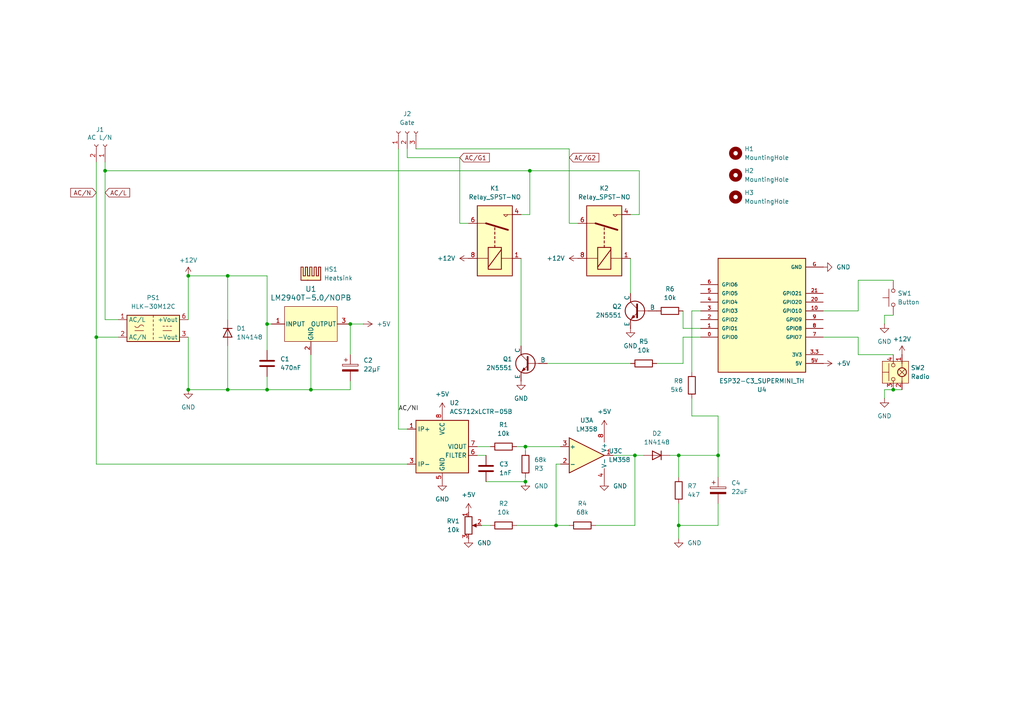
<source format=kicad_sch>
(kicad_sch (version 20250114) (generator "eeschema") (generator_version "9.0")
  (paper "A4")
  (lib_symbols
    (symbol "Amplifier_Operational:LM358" (pin_names (offset 0.127))
      (property "Reference" "U" (at 0 5.08 0))
      (property "Value" "LM358" (at 0 -5.08 0))
      (symbol "LM358_1_1"
        (polyline (pts (xy -5.08 5.08) (xy 5.08 0) (xy -5.08 -5.08) (xy -5.08 5.08)) (stroke (width 0.254)) (fill (type background)))
        (pin input line (at -7.62 2.54 0) (length 2.54) (name "+") (number "3"))
        (pin input line (at -7.62 -2.54 0) (length 2.54) (name "-") (number "2"))
        (pin output line (at 7.62 0 180) (length 2.54) (name "~") (number "1"))
      )
      (symbol "LM358_2_1"
        (polyline (pts (xy -5.08 5.08) (xy 5.08 0) (xy -5.08 -5.08) (xy -5.08 5.08)) (stroke (width 0.254)) (fill (type background)))
        (pin input line (at -7.62 2.54 0) (length 2.54) (name "+") (number "5"))
        (pin input line (at -7.62 -2.54 0) (length 2.54) (name "-") (number "6"))
        (pin output line (at 7.62 0 180) (length 2.54) (name "~") (number "7"))
      )
      (symbol "LM358_3_1"
        (pin power_in line (at -2.54 7.62 270) (length 3.81) (name "V+") (number "8"))
        (pin power_in line (at -2.54 -7.62 90) (length 3.81) (name "V-") (number "4"))
      )
    )
    (symbol "Connector:Conn_01x02_Socket" (pin_names (offset 1.016) (hide yes))
      (property "Reference" "J" (at 0 2.54 0))
      (property "Value" "Conn_01x02_Socket" (at 0 -5.08 0))
      (symbol "Conn_01x02_Socket_1_1"
        (polyline (pts (xy -1.27 0) (xy -0.508 0)) (stroke (width 0.1524)))
        (polyline (pts (xy -1.27 -2.54) (xy -0.508 -2.54)) (stroke (width 0.1524)))
        (arc (start 0 -0.508) (mid -0.5058 0) (end 0 0.508) (stroke (width 0.1524)))
        (arc (start 0 -3.048) (mid -0.5058 -2.54) (end 0 -2.032) (stroke (width 0.1524)))
        (pin passive line (at -5.08 0 0) (length 3.81) (name "Pin_1") (number "1"))
        (pin passive line (at -5.08 -2.54 0) (length 3.81) (name "Pin_2") (number "2"))
      )
    )
    (symbol "Connector:Conn_01x03_Socket" (pin_names (offset 1.016) (hide yes))
      (property "Reference" "J" (at 0 5.08 0))
      (property "Value" "Conn_01x03_Socket" (at 0 -5.08 0))
      (symbol "Conn_01x03_Socket_1_1"
        (polyline (pts (xy -1.27 2.54) (xy -0.508 2.54)) (stroke (width 0.1524)))
        (polyline (pts (xy -1.27 0) (xy -0.508 0)) (stroke (width 0.1524)))
        (polyline (pts (xy -1.27 -2.54) (xy -0.508 -2.54)) (stroke (width 0.1524)))
        (arc (start 0 2.032) (mid -0.5058 2.54) (end 0 3.048) (stroke (width 0.1524)))
        (arc (start 0 -0.508) (mid -0.5058 0) (end 0 0.508) (stroke (width 0.1524)))
        (arc (start 0 -3.048) (mid -0.5058 -2.54) (end 0 -2.032) (stroke (width 0.1524)))
        (pin passive line (at -5.08 2.54 0) (length 3.81) (name "Pin_1") (number "1"))
        (pin passive line (at -5.08 0 0) (length 3.81) (name "Pin_2") (number "2"))
        (pin passive line (at -5.08 -2.54 0) (length 3.81) (name "Pin_3") (number "3"))
      )
    )
    (symbol "Converter_ACDC:HLK-30M12C"
      (property "Reference" "PS" (at 0 5.08 0))
      (property "Value" "HLK-30M12C" (at 0 -5.08 0))
      (symbol "HLK-30M12C_0_1"
        (rectangle (start -7.62 3.81) (end 7.62 -3.81) (stroke (width 0.254)) (fill (type background)))
        (polyline (pts (xy -5.334 -0.635) (xy -2.794 -0.635)))
        (arc (start -4.064 0.635) (mid -4.699 0.2495) (end -5.334 0.635))
        (arc (start -4.064 0.635) (mid -3.429 1.0072) (end -2.794 0.635))
        (polyline (pts (xy 0 3.81) (xy 0 3.175)))
        (polyline (pts (xy 0 2.54) (xy 0 1.905)))
        (polyline (pts (xy 0 1.27) (xy 0 0.635)))
        (polyline (pts (xy 0 0) (xy 0 -0.635)))
        (polyline (pts (xy 0 -1.27) (xy 0 -1.905)))
        (polyline (pts (xy 0 -2.54) (xy 0 -3.175)))
        (polyline (pts (xy 2.794 0.635) (xy 3.302 0.635)))
        (polyline (pts (xy 2.794 -0.635) (xy 5.334 -0.635)))
        (polyline (pts (xy 3.81 0.635) (xy 4.318 0.635)))
        (polyline (pts (xy 4.826 0.635) (xy 5.334 0.635)))
      )
      (symbol "HLK-30M12C_1_1"
        (pin power_in line (at -10.16 2.54 0) (length 2.54) (name "AC/L") (number "1"))
        (pin power_in line (at -10.16 -2.54 0) (length 2.54) (name "AC/N") (number "2"))
        (pin power_out line (at 10.16 2.54 180) (length 2.54) (name "+Vout") (number "6"))
        (pin power_out line (at 10.16 -2.54 180) (length 2.54) (name "-Vout") (number "3"))
      )
    )
    (symbol "Device:C" (pin_numbers (hide yes)) (pin_names (offset 0.254))
      (property "Reference" "C" (at 0.635 2.54 0))
      (property "Value" "C" (at 0.635 -2.54 0))
      (symbol "C_0_1"
        (polyline (pts (xy -2.032 0.762) (xy 2.032 0.762)) (stroke (width 0.508)))
        (polyline (pts (xy -2.032 -0.762) (xy 2.032 -0.762)) (stroke (width 0.508)))
      )
      (symbol "C_1_1"
        (pin passive line (at 0 3.81 270) (length 2.794) (name "~") (number "1"))
        (pin passive line (at 0 -3.81 90) (length 2.794) (name "~") (number "2"))
      )
    )
    (symbol "Device:C_Polarized" (pin_numbers (hide yes)) (pin_names (offset 0.254))
      (property "Reference" "C" (at 0.635 2.54 0))
      (property "Value" "C_Polarized" (at 0.635 -2.54 0))
      (symbol "C_Polarized_0_1"
        (rectangle (start -2.286 0.508) (end 2.286 1.016))
        (polyline (pts (xy -1.778 2.286) (xy -0.762 2.286)))
        (polyline (pts (xy -1.27 2.794) (xy -1.27 1.778)))
        (rectangle (start 2.286 -0.508) (end -2.286 -1.016) (fill (type outline)))
      )
      (symbol "C_Polarized_1_1"
        (pin passive line (at 0 3.81 270) (length 2.794) (name "~") (number "1"))
        (pin passive line (at 0 -3.81 90) (length 2.794) (name "~") (number "2"))
      )
    )
    (symbol "Device:D" (pin_numbers (hide yes)) (pin_names (offset 1.016) (hide yes))
      (property "Reference" "D" (at 0 2.54 0))
      (property "Value" "D" (at 0 -2.54 0))
      (symbol "D_0_1"
        (polyline (pts (xy -1.27 1.27) (xy -1.27 -1.27)) (stroke (width 0.254)))
        (polyline (pts (xy 1.27 1.27) (xy 1.27 -1.27) (xy -1.27 0) (xy 1.27 1.27)) (stroke (width 0.254)))
        (polyline (pts (xy 1.27 0) (xy -1.27 0)))
      )
      (symbol "D_1_1"
        (pin passive line (at -3.81 0 0) (length 2.54) (name "K") (number "1"))
        (pin passive line (at 3.81 0 180) (length 2.54) (name "A") (number "2"))
      )
    )
    (symbol "Device:R" (pin_numbers (hide yes)) (pin_names (offset 0))
      (property "Reference" "R" (at 2.032 0 90))
      (property "Value" "R" (at 0 0 90))
      (symbol "R_0_1"
        (rectangle (start -1.016 -2.54) (end 1.016 2.54) (stroke (width 0.254)))
      )
      (symbol "R_1_1"
        (pin passive line (at 0 3.81 270) (length 1.27) (name "~") (number "1"))
        (pin passive line (at 0 -3.81 90) (length 1.27) (name "~") (number "2"))
      )
    )
    (symbol "Device:R_Potentiometer" (pin_names (offset 1.016) (hide yes))
      (property "Reference" "RV" (at -4.445 0 90))
      (property "Value" "R_Potentiometer" (at -2.54 0 90))
      (symbol "R_Potentiometer_0_1"
        (rectangle (start 1.016 2.54) (end -1.016 -2.54) (stroke (width 0.254)))
        (polyline (pts (xy 1.143 0) (xy 2.286 0.508) (xy 2.286 -0.508) (xy 1.143 0)) (fill (type outline)))
        (polyline (pts (xy 2.54 0) (xy 1.524 0)))
      )
      (symbol "R_Potentiometer_1_1"
        (pin passive line (at 0 3.81 270) (length 1.27) (name "1") (number "1"))
        (pin passive line (at 0 -3.81 90) (length 1.27) (name "3") (number "3"))
        (pin passive line (at 3.81 0 180) (length 1.27) (name "2") (number "2"))
      )
    )
    (symbol "ESP32-C3_SUPERMINI:ESP32-C3_SUPERMINI_TH" (pin_names (offset 1.016))
      (property "Reference" "U" (at -12.7 16.002 0))
      (property "Value" "ESP32-C3_SUPERMINI_TH" (at -12.7 -20.32 0))
      (symbol "ESP32-C3_SUPERMINI_TH_0_0"
        (rectangle (start -12.7 -17.78) (end 12.7 15.24) (stroke (width 0.254)) (fill (type background)))
        (pin bidirectional line (at -17.78 5.08 0) (length 5.08) (name "GPIO0") (number "0"))
        (pin bidirectional line (at -17.78 2.54 0) (length 5.08) (name "GPIO1") (number "1"))
        (pin bidirectional line (at -17.78 0 0) (length 5.08) (name "GPIO2") (number "2"))
        (pin bidirectional line (at -17.78 -2.54 0) (length 5.08) (name "GPIO3") (number "3"))
        (pin bidirectional line (at -17.78 -5.08 0) (length 5.08) (name "GPIO4") (number "4"))
        (pin bidirectional line (at -17.78 -7.62 0) (length 5.08) (name "GPIO5") (number "5"))
        (pin bidirectional line (at -17.78 -10.16 0) (length 5.08) (name "GPIO6") (number "6"))
        (pin power_in line (at 17.78 12.7 180) (length 5.08) (name "5V") (number "5V"))
        (pin power_in line (at 17.78 10.16 180) (length 5.08) (name "3V3") (number "3.3"))
        (pin bidirectional line (at 17.78 5.08 180) (length 5.08) (name "GPIO7") (number "7"))
        (pin bidirectional line (at 17.78 2.54 180) (length 5.08) (name "GPIO8") (number "8"))
        (pin bidirectional line (at 17.78 0 180) (length 5.08) (name "GPIO9") (number "9"))
        (pin bidirectional line (at 17.78 -2.54 180) (length 5.08) (name "GPIO10") (number "10"))
        (pin bidirectional line (at 17.78 -5.08 180) (length 5.08) (name "GPIO20") (number "20"))
        (pin bidirectional line (at 17.78 -7.62 180) (length 5.08) (name "GPIO21") (number "21"))
        (pin power_in line (at 17.78 -15.24 180) (length 5.08) (name "GND") (number "G"))
      )
    )
    (symbol "Mechanical:Heatsink" (pin_names (offset 1.016))
      (property "Reference" "HS" (at 0 5.08 0))
      (property "Value" "Heatsink" (at 0 -1.27 0))
      (symbol "Heatsink_0_1"
        (polyline (pts (xy -0.3302 1.27) (xy -0.9652 1.27) (xy -0.9652 3.81) (xy -1.6002 3.81) (xy -1.6002 1.27) (xy -2.2352 1.27) (xy -2.2352 3.81) (xy -2.8702 3.81) (xy -2.8702 0) (xy -0.9652 0)) (stroke (width 0.254)) (fill (type background)))
        (polyline (pts (xy -0.3302 1.27) (xy -0.3302 3.81) (xy 0.3048 3.81) (xy 0.3048 1.27) (xy 0.9398 1.27) (xy 0.9398 3.81) (xy 1.5748 3.81) (xy 1.5748 1.27) (xy 2.2098 1.27) (xy 2.2098 3.81) (xy 2.8448 3.81) (xy 2.8448 0) (xy -0.9652 0)) (stroke (width 0.254)) (fill (type background)))
      )
    )
    (symbol "Mechanical:MountingHole" (pin_names (offset 1.016)) (in_bom no)
      (property "Reference" "H" (at 0 5.08 0))
      (property "Value" "MountingHole" (at 0 3.175 0))
      (symbol "MountingHole_0_1"
        (circle (center 0 0) (radius 1.27) (stroke (width 1.27)))
      )
    )
    (symbol "NPN_1" (pin_numbers (hide yes)) (pin_names (offset 0))
      (property "Reference" "Q1" (at 5.08 1.2701 0))
      (property "Value" "2N5551" (at 5.08 -1.2699 0))
      (symbol "NPN_1_0_1"
        (polyline (pts (xy -2.54 0) (xy 0.635 0)) (stroke (width 0.1524)))
        (polyline (pts (xy 0.635 1.905) (xy 0.635 -1.905) (xy 0.635 -1.905)) (stroke (width 0.508)))
        (polyline (pts (xy 0.635 0.635) (xy 2.54 2.54)))
        (polyline (pts (xy 0.635 -0.635) (xy 2.54 -2.54) (xy 2.54 -2.54)))
        (circle (center 1.27 0) (radius 2.8194) (stroke (width 0.254)))
        (polyline (pts (xy 1.27 -1.778) (xy 1.778 -1.27) (xy 2.286 -2.286) (xy 1.27 -1.778) (xy 1.27 -1.778)) (fill (type outline)))
        (polyline (pts (xy 2.794 -1.27) (xy 2.794 -1.27)) (stroke (width 0.1524)))
        (polyline (pts (xy 2.794 -1.27) (xy 2.794 -1.27)) (stroke (width 0.1524)))
      )
      (symbol "NPN_1_1_1"
        (pin input line (at -5.08 0 0) (length 2.54) (name "B") (number "2"))
        (pin open_collector line (at 2.54 5.08 270) (length 2.54) (name "C") (number "3"))
        (pin open_emitter line (at 2.54 -5.08 90) (length 2.54) (name "E") (number "1"))
      )
    )
    (symbol "Relay:Relay_SPST-NO"
      (property "Reference" "K?" (at 15.24 0 90))
      (property "Value" "Relay_SPST-NO" (at 12.7 0 90))
      (symbol "Relay_SPST-NO_0_0"
        (polyline (pts (xy 7.62 5.08) (xy 7.62 2.54) (xy 6.985 3.175) (xy 7.62 3.81)))
      )
      (symbol "Relay_SPST-NO_0_1"
        (rectangle (start -10.16 5.08) (end 10.16 -5.08) (stroke (width 0.254)) (fill (type background)))
        (rectangle (start -8.255 1.905) (end -1.905 -1.905) (stroke (width 0.254)))
        (polyline (pts (xy -7.62 -1.905) (xy -2.54 1.905)) (stroke (width 0.254)))
        (polyline (pts (xy -5.08 5.08) (xy -5.08 1.905)))
        (polyline (pts (xy -5.08 -5.08) (xy -5.08 -1.905)))
        (polyline (pts (xy -1.905 0) (xy -1.27 0)) (stroke (width 0.254)))
        (polyline (pts (xy -0.635 0) (xy 0 0)) (stroke (width 0.254)))
        (polyline (pts (xy 0.635 0) (xy 1.27 0)) (stroke (width 0.254)))
        (polyline (pts (xy 1.905 0) (xy 2.54 0)) (stroke (width 0.254)))
        (polyline (pts (xy 3.175 0) (xy 3.81 0)) (stroke (width 0.254)))
        (polyline (pts (xy 5.08 -2.54) (xy 3.175 3.81)) (stroke (width 0.508)))
        (polyline (pts (xy 5.08 -2.54) (xy 5.08 -5.08)))
      )
      (symbol "Relay_SPST-NO_1_1"
        (pin passive line (at -5.08 7.62 270) (length 2.54) (name "~") (number "1"))
        (pin passive line (at -5.08 -7.62 90) (length 2.54) (name "~") (number "8"))
        (pin passive line (at 5.08 -7.62 90) (length 2.54) (name "~") (number "6"))
        (pin passive line (at 7.62 7.62 270) (length 2.54) (name "~") (number "4"))
      )
    )
    (symbol "Sensor_Current:ACS712xLCTR-05B"
      (property "Reference" "U" (at 2.54 11.43 0))
      (property "Value" "ACS712xLCTR-05B" (at 2.54 8.89 0))
      (symbol "ACS712xLCTR-05B_0_1"
        (rectangle (start -7.62 7.62) (end 7.62 -7.62) (stroke (width 0.254)) (fill (type background)))
      )
      (symbol "ACS712xLCTR-05B_1_1"
        (pin passive line (at -10.16 5.08 0) (length 2.54) (name "IP+") (number "1"))
        (pin passive line (at -10.16 5.08 0) (length 2.54) (hide yes) (name "IP+") (number "2"))
        (pin passive line (at -10.16 -5.08 0) (length 2.54) (name "IP-") (number "3"))
        (pin passive line (at -10.16 -5.08 0) (length 2.54) (hide yes) (name "IP-") (number "4"))
        (pin power_in line (at 0 10.16 270) (length 2.54) (name "VCC") (number "8"))
        (pin power_in line (at 0 -10.16 90) (length 2.54) (name "GND") (number "5"))
        (pin output line (at 10.16 0 180) (length 2.54) (name "VIOUT") (number "7"))
        (pin passive line (at 10.16 -2.54 180) (length 2.54) (name "FILTER") (number "6"))
      )
    )
    (symbol "Simulation_SPICE:NPN" (pin_numbers (hide yes)) (pin_names (offset 0))
      (property "Reference" "Q2" (at 5.08 1.2701 0))
      (property "Value" "2N5551" (at 5.08 -1.2699 0))
      (symbol "NPN_0_1"
        (polyline (pts (xy -2.54 0) (xy 0.635 0)) (stroke (width 0.1524)))
        (polyline (pts (xy 0.635 1.905) (xy 0.635 -1.905) (xy 0.635 -1.905)) (stroke (width 0.508)))
        (polyline (pts (xy 0.635 0.635) (xy 2.54 2.54)))
        (polyline (pts (xy 0.635 -0.635) (xy 2.54 -2.54) (xy 2.54 -2.54)))
        (circle (center 1.27 0) (radius 2.8194) (stroke (width 0.254)))
        (polyline (pts (xy 1.27 -1.778) (xy 1.778 -1.27) (xy 2.286 -2.286) (xy 1.27 -1.778) (xy 1.27 -1.778)) (fill (type outline)))
        (polyline (pts (xy 2.794 -1.27) (xy 2.794 -1.27)) (stroke (width 0.1524)))
        (polyline (pts (xy 2.794 -1.27) (xy 2.794 -1.27)) (stroke (width 0.1524)))
      )
      (symbol "NPN_1_1"
        (pin input line (at -5.08 0 0) (length 2.54) (name "B") (number "2"))
        (pin open_collector line (at 2.54 5.08 270) (length 2.54) (name "C") (number "3"))
        (pin open_emitter line (at 2.54 -5.08 90) (length 2.54) (name "E") (number "1"))
      )
    )
    (symbol "Switch:SW_Push" (pin_numbers (hide yes)) (pin_names (offset 1.016) (hide yes))
      (property "Reference" "SW" (at 1.27 2.54 0))
      (property "Value" "SW_Push" (at 0 -1.524 0))
      (symbol "SW_Push_0_1"
        (circle (center -2.032 0) (radius 0.508))
        (polyline (pts (xy 0 1.27) (xy 0 3.048)))
        (circle (center 2.032 0) (radius 0.508))
        (polyline (pts (xy 2.54 1.27) (xy -2.54 1.27)))
        (pin passive line (at -5.08 0 0) (length 2.54) (name "1") (number "1"))
        (pin passive line (at 5.08 0 180) (length 2.54) (name "2") (number "2"))
      )
    )
    (symbol "Switch:SW_Push_Lamp" (pin_names (offset 1.016) (hide yes))
      (property "Reference" "SW2" (at 1.2701 -2.54 90))
      (property "Value" "Radio" (at -1.2699 -2.54 90))
      (symbol "SW_Push_Lamp_0_1"
        (polyline (pts (xy -2.54 0) (xy -1.27 0)))
        (circle (center -2.032 2.54) (radius 0.508))
        (polyline (pts (xy -0.889 -0.889) (xy 0.889 0.889)))
        (polyline (pts (xy 0 3.81) (xy 0 5.588)))
        (circle (center 0 0) (radius 1.27) (stroke (width 0.254)))
        (polyline (pts (xy 0.889 -0.889) (xy -0.889 0.889)))
        (circle (center 2.032 2.54) (radius 0.508))
        (polyline (pts (xy 2.54 3.81) (xy -2.54 3.81)))
        (polyline (pts (xy 2.54 0) (xy 1.27 0)))
        (pin passive line (at -5.08 2.54 0) (length 2.54) (name "1") (number "3"))
        (pin passive line (at -5.08 0 0) (length 2.54) (name "L") (number "2"))
        (pin passive line (at 5.08 2.54 180) (length 2.54) (name "2") (number "4"))
        (pin passive line (at 5.08 0 180) (length 2.54) (name "L") (number "1"))
      )
      (symbol "SW_Push_Lamp_1_1"
        (rectangle (start -3.175 5.715) (end 3.175 -1.905) (fill (type background)))
      )
    )
    (symbol "Voltage_Regulator:LM2940T-5.0_NOPB" (pin_names (offset 0.254))
      (property "Reference" "U" (at 11.43 9.906 0))
      (property "Value" "LM2940T-5.0/NOPB" (at 11.684 6.858 0))
      (symbol "LM2940T-5.0_NOPB_0_1"
        (pin power_in line (at 0 0 0) (length 3.81) (name "INPUT") (number "1"))
        (pin power_in line (at 11.43 -8.89 90) (length 3.81) (name "GND") (number "2"))
        (pin output line (at 22.86 0 180) (length 3.81) (name "OUTPUT") (number "3"))
      )
      (symbol "LM2940T-5.0_NOPB_1_1"
        (rectangle (start 3.81 5.08) (end 19.05 -5.08) (fill (type background)))
      )
    )
    (symbol "power:+5V" (power) (pin_numbers (hide yes)) (pin_names (offset 0) (hide yes))
      (property "Value" "+5V" (at 0 3.556 0))
      (symbol "+5V_0_1"
        (polyline (pts (xy -0.762 1.27) (xy 0 2.54)))
        (polyline (pts (xy 0 2.54) (xy 0.762 1.27)))
        (polyline (pts (xy 0 0) (xy 0 2.54)))
      )
      (symbol "+5V_1_1"
        (pin power_in line (at 0 0 90) (length 0) (name "~") (number "1"))
      )
    )
    (symbol "power:+6V" (power) (pin_numbers (hide yes)) (pin_names (offset 0) (hide yes))
      (property "Value" "+6V" (at 0 3.556 0))
      (symbol "+6V_0_1"
        (polyline (pts (xy -0.762 1.27) (xy 0 2.54)))
        (polyline (pts (xy 0 2.54) (xy 0.762 1.27)))
        (polyline (pts (xy 0 0) (xy 0 2.54)))
      )
      (symbol "+6V_1_1"
        (pin power_in line (at 0 0 90) (length 0) (name "~") (number "1"))
      )
    )
    (symbol "power:GND" (power) (pin_numbers (hide yes)) (pin_names (offset 0) (hide yes))
      (property "Value" "GND" (at 0 -3.81 0))
      (symbol "GND_0_1"
        (polyline (pts (xy 0 0) (xy 0 -1.27) (xy 1.27 -1.27) (xy 0 -2.54) (xy -1.27 -1.27) (xy 0 -1.27)))
      )
      (symbol "GND_1_1"
        (pin power_in line (at 0 0 270) (length 0) (name "~") (number "1"))
      )
    )
  )
  (junction (at 77.47 93.98))
  (junction (at 77.47 113.03))
  (junction (at 54.61 80.01))
  (junction (at 208.28 132.08))
  (junction (at 66.04 80.01))
  (junction (at 90.17 113.03))
  (junction (at 259.08 113.03))
  (junction (at 152.4 129.54))
  (junction (at 161.29 152.4))
  (junction (at 184.15 132.08))
  (junction (at 54.61 113.03))
  (junction (at 153.67 49.53))
  (junction (at 196.85 132.08))
  (junction (at 152.4 139.7))
  (junction (at 30.48 49.53))
  (junction (at 66.04 113.03))
  (junction (at 27.94 97.79))
  (junction (at 196.85 152.4))
  (junction (at 101.6 93.98))
  (wire (pts (xy 153.67 49.53) (xy 185.42 49.53)))
  (wire (pts (xy 248.92 81.28) (xy 259.08 81.28)))
  (wire (pts (xy 208.28 120.65) (xy 208.28 132.08)))
  (wire (pts (xy 90.17 102.87) (xy 90.17 113.03)))
  (wire (pts (xy 139.7 152.4) (xy 142.24 152.4)))
  (wire (pts (xy 161.29 134.62) (xy 161.29 152.4)))
  (wire (pts (xy 66.04 80.01) (xy 77.47 80.01)))
  (wire (pts (xy 54.61 80.01) (xy 66.04 80.01)))
  (wire (pts (xy 185.42 62.23) (xy 182.88 62.23)))
  (wire (pts (xy 152.4 138.43) (xy 152.4 139.7)))
  (wire (pts (xy 77.47 93.98) (xy 77.47 101.6)))
  (wire (pts (xy 115.57 124.46) (xy 118.11 124.46)))
  (wire (pts (xy 115.57 43.18) (xy 115.57 124.46)))
  (wire (pts (xy 54.61 97.79) (xy 54.61 113.03)))
  (wire (pts (xy 203.2 95.25) (xy 198.12 95.25)))
  (wire (pts (xy 190.5 105.41) (xy 198.12 105.41)))
  (wire (pts (xy 259.08 113.03) (xy 256.54 113.03)))
  (wire (pts (xy 198.12 97.79) (xy 203.2 97.79)))
  (wire (pts (xy 78.74 93.98) (xy 77.47 93.98)))
  (wire (pts (xy 196.85 146.05) (xy 196.85 152.4)))
  (wire (pts (xy 248.92 97.79) (xy 248.92 102.87)))
  (wire (pts (xy 200.66 107.95) (xy 200.66 90.17)))
  (wire (pts (xy 200.66 115.57) (xy 200.66 120.65)))
  (wire (pts (xy 158.75 105.41) (xy 182.88 105.41)))
  (wire (pts (xy 101.6 110.49) (xy 101.6 113.03)))
  (wire (pts (xy 151.13 62.23) (xy 153.67 62.23)))
  (wire (pts (xy 259.08 91.44) (xy 256.54 91.44)))
  (wire (pts (xy 256.54 113.03) (xy 256.54 115.57)))
  (wire (pts (xy 161.29 152.4) (xy 165.1 152.4)))
  (wire (pts (xy 101.6 93.98) (xy 101.6 102.87)))
  (wire (pts (xy 135.89 64.77) (xy 133.35 64.77)))
  (wire (pts (xy 149.86 129.54) (xy 152.4 129.54)))
  (wire (pts (xy 208.28 132.08) (xy 196.85 132.08)))
  (wire (pts (xy 77.47 109.22) (xy 77.47 113.03)))
  (wire (pts (xy 27.94 46.99) (xy 27.94 97.79)))
  (wire (pts (xy 101.6 93.98) (xy 105.41 93.98)))
  (wire (pts (xy 259.08 113.03) (xy 261.62 113.03)))
  (wire (pts (xy 259.08 102.87) (xy 248.92 102.87)))
  (wire (pts (xy 198.12 97.79) (xy 198.12 105.41)))
  (wire (pts (xy 118.11 45.72) (xy 118.11 43.18)))
  (wire (pts (xy 198.12 90.17) (xy 198.12 95.25)))
  (wire (pts (xy 54.61 113.03) (xy 66.04 113.03)))
  (wire (pts (xy 27.94 134.62) (xy 27.94 97.79)))
  (wire (pts (xy 196.85 132.08) (xy 194.31 132.08)))
  (wire (pts (xy 167.64 64.77) (xy 165.1 64.77)))
  (wire (pts (xy 184.15 132.08) (xy 184.15 152.4)))
  (wire (pts (xy 256.54 91.44) (xy 256.54 93.98)))
  (wire (pts (xy 172.72 152.4) (xy 184.15 152.4)))
  (wire (pts (xy 66.04 100.33) (xy 66.04 113.03)))
  (wire (pts (xy 30.48 49.53) (xy 30.48 92.71)))
  (wire (pts (xy 238.76 90.17) (xy 248.92 90.17)))
  (wire (pts (xy 66.04 80.01) (xy 66.04 92.71)))
  (wire (pts (xy 138.43 129.54) (xy 142.24 129.54)))
  (wire (pts (xy 101.6 113.03) (xy 90.17 113.03)))
  (wire (pts (xy 177.8 132.08) (xy 184.15 132.08)))
  (wire (pts (xy 208.28 152.4) (xy 208.28 146.05)))
  (wire (pts (xy 238.76 97.79) (xy 248.92 97.79)))
  (wire (pts (xy 200.66 120.65) (xy 208.28 120.65)))
  (wire (pts (xy 27.94 97.79) (xy 34.29 97.79)))
  (wire (pts (xy 133.35 45.72) (xy 133.35 64.77)))
  (wire (pts (xy 138.43 132.08) (xy 140.97 132.08)))
  (wire (pts (xy 196.85 156.21) (xy 196.85 152.4)))
  (wire (pts (xy 149.86 152.4) (xy 161.29 152.4)))
  (wire (pts (xy 184.15 132.08) (xy 186.69 132.08)))
  (wire (pts (xy 77.47 113.03) (xy 66.04 113.03)))
  (wire (pts (xy 208.28 132.08) (xy 208.28 138.43)))
  (wire (pts (xy 140.97 139.7) (xy 152.4 139.7)))
  (wire (pts (xy 248.92 81.28) (xy 248.92 90.17)))
  (wire (pts (xy 133.35 45.72) (xy 118.11 45.72)))
  (wire (pts (xy 161.29 134.62) (xy 162.56 134.62)))
  (wire (pts (xy 153.67 49.53) (xy 153.67 62.23)))
  (wire (pts (xy 200.66 90.17) (xy 203.2 90.17)))
  (wire (pts (xy 54.61 92.71) (xy 54.61 80.01)))
  (wire (pts (xy 30.48 49.53) (xy 30.48 46.99)))
  (wire (pts (xy 34.29 92.71) (xy 30.48 92.71)))
  (wire (pts (xy 152.4 129.54) (xy 162.56 129.54)))
  (wire (pts (xy 165.1 43.18) (xy 165.1 64.77)))
  (wire (pts (xy 151.13 74.93) (xy 151.13 100.33)))
  (wire (pts (xy 196.85 132.08) (xy 196.85 138.43)))
  (wire (pts (xy 27.94 134.62) (xy 118.11 134.62)))
  (wire (pts (xy 120.65 43.18) (xy 165.1 43.18)))
  (wire (pts (xy 77.47 80.01) (xy 77.47 93.98)))
  (wire (pts (xy 152.4 129.54) (xy 152.4 130.81)))
  (wire (pts (xy 182.88 74.93) (xy 182.88 85.09)))
  (wire (pts (xy 30.48 49.53) (xy 153.67 49.53)))
  (wire (pts (xy 77.47 113.03) (xy 90.17 113.03)))
  (wire (pts (xy 196.85 152.4) (xy 208.28 152.4)))
  (wire (pts (xy 185.42 49.53) (xy 185.42 62.23)))
  (label "AC{slash}NI" (at 115.57 119.38 0))
  (global_label "AC{slash}N" (shape input) (at 27.94 55.88 180) (property "Intersheetrefs" "${INTERSHEET_REFS}" (effects (hide yes))))
  (global_label "AC{slash}L" (shape input) (at 30.48 55.88 0) (property "Intersheetrefs" "${INTERSHEET_REFS}" (effects (hide yes))))
  (global_label "AC{slash}G2" (shape input) (at 165.1 45.72 0) (property "Intersheetrefs" "${INTERSHEET_REFS}" (effects (hide yes))))
  (global_label "AC{slash}G1" (shape input) (at 133.35 45.72 0) (property "Intersheetrefs" "${INTERSHEET_REFS}" (effects (hide yes))))
  (symbol (lib_id "power:+5V") (at 135.89 148.59 0) (unit 1)
    (property "Reference" "#PWR07" (effects (hide yes)))
    (property "Value" "+5V" (at 135.89 143.51 0))
    (property "Description" "Power symbol creates a global label with name \"+5V\"" (effects (hide yes)))
  )
  (symbol (lib_id "Relay:Relay_SPST-NO") (at 143.51 69.85 270) (mirror x) (unit 1)
    (property "Reference" "K1" (at 143.51 54.61 90))
    (property "Value" "Relay_SPST-NO" (at 143.51 57.15 90))
    (property "Footprint" "Relay_THT:Relay_SPST_Panasonic_JW1_FormA" (effects (hide yes)))
    (property "Description" "Relay SPST, normally open, EN50005" (effects (hide yes)))
  )
  (symbol (lib_id "Device:D") (at 66.04 96.52 90) (mirror x) (unit 1)
    (property "Reference" "D1" (at 68.58 95.2499 90) (effects (justify right)))
    (property "Value" "1N4148" (at 68.58 97.7899 90) (effects (justify right)))
    (property "Footprint" "Diode_THT:D_DO-35_SOD27_P7.62mm_Horizontal" (effects (hide yes)))
    (property "Description" "Diode" (effects (hide yes)))
    (property "Sim.Device" "D" (effects (hide yes)))
    (property "Sim.Pins" "1=K 2=A" (effects (hide yes)))
  )
  (symbol (lib_id "power:GND") (at 256.54 115.57 0) (unit 1)
    (property "Reference" "#PWR018" (effects (hide yes)))
    (property "Value" "GND" (at 256.54 120.65 0))
    (property "Description" "Power symbol creates a global label with name \"GND\" , ground" (effects (hide yes)))
  )
  (symbol (lib_id "power:GND") (at 256.54 93.98 0) (unit 1)
    (property "Reference" "#PWR017" (effects (hide yes)))
    (property "Value" "GND" (at 256.54 99.06 0))
    (property "Description" "Power symbol creates a global label with name \"GND\" , ground" (effects (hide yes)))
  )
  (symbol (lib_id "Device:R") (at 146.05 129.54 90) (unit 1)
    (property "Reference" "R1" (at 146.05 123.19 90))
    (property "Value" "10k" (at 146.05 125.73 90))
    (property "Footprint" "Resistor_THT:R_Axial_DIN0207_L6.3mm_D2.5mm_P7.62mm_Horizontal" (effects (hide yes)))
    (property "Description" "Resistor" (effects (hide yes)))
  )
  (symbol (lib_id "Device:R") (at 196.85 142.24 0) (unit 1)
    (property "Reference" "R7" (at 199.39 140.9699 0) (effects (justify left)))
    (property "Value" "4k7" (at 199.39 143.5099 0) (effects (justify left)))
    (property "Footprint" "Resistor_THT:R_Axial_DIN0207_L6.3mm_D2.5mm_P7.62mm_Horizontal" (effects (hide yes)))
    (property "Description" "Resistor" (effects (hide yes)))
  )
  (symbol (lib_id "power:GND") (at 196.85 156.21 0) (unit 1)
    (property "Reference" "#PWR020" (effects (hide yes)))
    (property "Value" "GND" (at 199.39 157.4799 0) (effects (justify left)))
    (property "Description" "Power symbol creates a global label with name \"GND\" , ground" (effects (hide yes)))
  )
  (symbol (lib_id "Device:R") (at 146.05 152.4 270) (mirror x) (unit 1)
    (property "Reference" "R2" (at 146.05 146.05 90))
    (property "Value" "10k" (at 146.05 148.59 90))
    (property "Footprint" "Resistor_THT:R_Axial_DIN0207_L6.3mm_D2.5mm_P7.62mm_Horizontal" (effects (hide yes)))
    (property "Description" "Resistor" (effects (hide yes)))
  )
  (symbol (lib_id "Connector:Conn_01x03_Socket") (at 118.11 38.1 90) (unit 1)
    (property "Reference" "J2" (at 118.11 33.02 90))
    (property "Value" "Gate" (at 118.11 35.56 90))
    (property "Footprint" "TerminalBlock_MetzConnect:TerminalBlock_MetzConnect_Type101_RT01603HBWC_1x03_P5.08mm_Horizontal" (effects (hide yes)))
    (property "Description" "Generic connector, single row, 01x03, script generated" (effects (hide yes)))
  )
  (symbol (lib_id "Mechanical:MountingHole") (at 213.36 44.45 0) (unit 1) (in_bom no)
    (property "Reference" "H1" (at 215.9 43.1799 0) (effects (justify left)))
    (property "Value" "MountingHole" (at 215.9 45.7199 0) (effects (justify left)))
    (property "Footprint" "MountingHole:MountingHole_3.5mm" (effects (hide yes)))
    (property "Description" "Mounting Hole without connection" (effects (hide yes)))
  )
  (symbol (lib_id "ESP32-C3_SUPERMINI:ESP32-C3_SUPERMINI_TH") (at 220.98 92.71 0) (mirror x) (unit 1)
    (property "Reference" "U4" (at 220.98 113.03 0))
    (property "Value" "ESP32-C3_SUPERMINI_TH" (at 220.98 110.49 0))
    (property "Footprint" "ESP32-C3_SUPERMINI:MODULE_ESP32-C3_SUPERMINI_TH" (effects (hide yes)))
    (property "MF" "Espressif Systems" (effects (hide yes)))
    (property "MAXIMUM_PACKAGE_HEIGHT" "4.2mm" (effects (hide yes)))
    (property "Package" "Package" (effects (hide yes)))
    (property "Price" "None" (effects (hide yes)))
    (property "Check_prices" "https://www.snapeda.com/parts/ESP32-C3%20SuperMini_TH/Espressif+Systems/view-part/?ref=eda" (effects (hide yes)))
    (property "STANDARD" "Manufacturer Recommendations" (effects (hide yes)))
    (property "SnapEDA_Link" "https://www.snapeda.com/parts/ESP32-C3%20SuperMini_TH/Espressif+Systems/view-part/?ref=snap" (effects (hide yes)))
    (property "MP" "ESP32-C3 SuperMini_TH" (effects (hide yes)))
    (property "Description_1" "Super tiny ESP32-C3 board" (effects (hide yes)))
    (property "Availability" "Not in stock" (effects (hide yes)))
    (property "MANUFACTURER" "Espressif" (effects (hide yes)))
  )
  (symbol (lib_id "Device:R") (at 152.4 134.62 0) (mirror x) (unit 1)
    (property "Reference" "R3" (at 154.94 135.8901 0) (effects (justify left)))
    (property "Value" "68k" (at 154.94 133.3501 0) (effects (justify left)))
    (property "Footprint" "Resistor_THT:R_Axial_DIN0207_L6.3mm_D2.5mm_P7.62mm_Horizontal" (effects (hide yes)))
    (property "Description" "Resistor" (effects (hide yes)))
  )
  (symbol (lib_id "Simulation_SPICE:NPN") (at 185.42 90.17 0) (mirror y) (unit 1)
    (property "Reference" "Q2" (at 180.34 88.8999 0) (effects (justify left)))
    (property "Value" "2N5551" (at 180.34 91.4399 0) (effects (justify left)))
    (property "Footprint" "Package_TO_SOT_THT:TO-92_Inline" (effects (hide yes)))
    (property "Datasheet" "https://ngspice.sourceforge.io/docs/ngspice-html-manual/manual.xhtml#cha_BJTs" (effects (hide yes)))
    (property "Description" "Bipolar transistor symbol for simulation only, substrate tied to the emitter" (effects (hide yes)))
    (property "Sim.Device" "NPN" (effects (hide yes)))
    (property "Sim.Type" "GUMMELPOON" (effects (hide yes)))
    (property "Sim.Pins" "1=C 2=B 3=E" (effects (hide yes)))
  )
  (symbol (lib_name "NPN_1") (lib_id "Simulation_SPICE:NPN") (at 153.67 105.41 0) (mirror y) (unit 1)
    (property "Reference" "Q1" (at 148.59 104.1399 0) (effects (justify left)))
    (property "Value" "2N5551" (at 148.59 106.6799 0) (effects (justify left)))
    (property "Footprint" "Package_TO_SOT_THT:TO-92_Inline" (effects (hide yes)))
    (property "Datasheet" "https://ngspice.sourceforge.io/docs/ngspice-html-manual/manual.xhtml#cha_BJTs" (effects (hide yes)))
    (property "Description" "Bipolar transistor symbol for simulation only, substrate tied to the emitter" (effects (hide yes)))
    (property "Sim.Device" "NPN" (effects (hide yes)))
    (property "Sim.Type" "GUMMELPOON" (effects (hide yes)))
    (property "Sim.Pins" "1=C 2=B 3=E" (effects (hide yes)))
  )
  (symbol (lib_id "Device:R") (at 200.66 111.76 0) (mirror y) (unit 1)
    (property "Reference" "R8" (at 198.12 110.4899 0) (effects (justify left)))
    (property "Value" "5k6" (at 198.12 113.0299 0) (effects (justify left)))
    (property "Footprint" "Resistor_THT:R_Axial_DIN0207_L6.3mm_D2.5mm_P7.62mm_Horizontal" (effects (hide yes)))
    (property "Description" "Resistor" (effects (hide yes)))
  )
  (symbol (lib_id "power:+6V") (at 54.61 80.01 0) (unit 1)
    (property "Reference" "#PWR01" (effects (hide yes)))
    (property "Value" "+12V" (at 54.6101 76.2 0) (effects (justify bottom)))
    (property "Description" "Power symbol creates a global label with name \"+6V\"" (effects (hide yes)))
  )
  (symbol (lib_id "Converter_ACDC:HLK-30M12C") (at 44.45 95.25 0) (unit 1)
    (property "Reference" "PS1" (at 44.45 86.36 0))
    (property "Value" "HLK-30M12C" (at 44.45 88.9 0))
    (property "Footprint" "Converter_ACDC:Converter_ACDC_Hi-Link_HLK-30Mxx" (effects (hide yes)))
    (property "Datasheet" "https://h.hlktech.com/download/ACDC%E7%94%B5%E6%BA%90%E6%A8%A1%E5%9D%9730W%E7%B3%BB%E5%88%97/1/%E6%B5%B7%E5%87%8C%E7%A7%9130WC%E7%B3%BB%E5%88%97%E7%94%B5%E6%BA%90%E6%A8%A1%E5%9D%97%E8%A7%84%E6%A0%BC%E4%B9%A6V1.2.pdf" (effects (hide yes)))
    (property "Description" "Compact AC/DC board mount power module 30W 12V" (effects (hide yes)))
  )
  (symbol (lib_id "Device:C_Polarized") (at 101.6 106.68 0) (unit 1)
    (property "Reference" "C2" (at 105.41 104.5209 0) (effects (justify left)))
    (property "Value" "22µF" (at 105.41 107.0609 0) (effects (justify left)))
    (property "Footprint" "Capacitor_THT:CP_Radial_Tantal_D4.5mm_P2.50mm" (effects (hide yes)))
    (property "Description" "Polarized capacitor" (effects (hide yes)))
  )
  (symbol (lib_id "power:+6V") (at 261.62 102.87 0) (unit 1)
    (property "Reference" "#PWR019" (effects (hide yes)))
    (property "Value" "+12V" (at 261.6201 99.06 0) (effects (justify bottom)))
    (property "Description" "Power symbol creates a global label with name \"+6V\"" (effects (hide yes)))
  )
  (symbol (lib_id "Switch:SW_Push") (at 259.08 86.36 90) (unit 1)
    (property "Reference" "SW1" (at 260.35 85.0899 90) (effects (justify right)))
    (property "Value" "Button" (at 260.35 87.6299 90) (effects (justify right)))
    (property "Footprint" "TerminalBlock_MetzConnect:TerminalBlock_MetzConnect_Type101_RT01602HBWC_1x02_P5.08mm_Horizontal" (effects (hide yes)))
    (property "Description" "Push button switch, generic, two pins" (effects (hide yes)))
  )
  (symbol (lib_id "power:GND") (at 182.88 95.25 0) (unit 1)
    (property "Reference" "#PWR014" (effects (hide yes)))
    (property "Value" "GND" (at 182.88 100.33 0))
    (property "Description" "Power symbol creates a global label with name \"GND\" , ground" (effects (hide yes)))
  )
  (symbol (lib_id "power:GND") (at 128.27 139.7 0) (unit 1)
    (property "Reference" "#PWR05" (effects (hide yes)))
    (property "Value" "GND" (at 128.27 144.78 0))
    (property "Description" "Power symbol creates a global label with name \"GND\" , ground" (effects (hide yes)))
  )
  (symbol (lib_id "power:GND") (at 151.13 110.49 0) (unit 1)
    (property "Reference" "#PWR09" (effects (hide yes)))
    (property "Value" "GND" (at 151.13 115.57 0))
    (property "Description" "Power symbol creates a global label with name \"GND\" , ground" (effects (hide yes)))
  )
  (symbol (lib_id "power:GND") (at 135.89 156.21 0) (unit 1)
    (property "Reference" "#PWR08" (effects (hide yes)))
    (property "Value" "GND" (at 138.43 157.4799 0) (effects (justify left)))
    (property "Description" "Power symbol creates a global label with name \"GND\" , ground" (effects (hide yes)))
  )
  (symbol (lib_id "power:GND") (at 175.26 139.7 0) (unit 1)
    (property "Reference" "#PWR013" (effects (hide yes)))
    (property "Value" "GND" (at 177.8 140.9699 0) (effects (justify left)))
    (property "Description" "Power symbol creates a global label with name \"GND\" , ground" (effects (hide yes)))
  )
  (symbol (lib_id "Device:R_Potentiometer") (at 135.89 152.4 0) (unit 1)
    (property "Reference" "RV1" (at 133.35 151.1299 0) (effects (justify right)))
    (property "Value" "10k" (at 133.35 153.6699 0) (effects (justify right)))
    (property "Footprint" "Potentiometer_THT:Potentiometer_Runtron_RM-065_Vertical" (effects (hide yes)))
    (property "Description" "Potentiometer" (effects (hide yes)))
  )
  (symbol (lib_id "power:GND") (at 238.76 77.47 90) (unit 1)
    (property "Reference" "#PWR016" (effects (hide yes)))
    (property "Value" "GND" (at 242.57 77.4699 90) (effects (justify right)))
    (property "Description" "Power symbol creates a global label with name \"GND\" , ground" (effects (hide yes)))
  )
  (symbol (lib_id "Device:D") (at 190.5 132.08 0) (mirror y) (unit 1)
    (property "Reference" "D2" (at 190.5 125.73 0))
    (property "Value" "1N4148" (at 190.5 128.27 0))
    (property "Footprint" "Diode_THT:D_DO-35_SOD27_P7.62mm_Horizontal" (effects (hide yes)))
    (property "Description" "Diode" (effects (hide yes)))
    (property "Sim.Device" "D" (effects (hide yes)))
    (property "Sim.Pins" "1=K 2=A" (effects (hide yes)))
  )
  (symbol (lib_id "Device:C") (at 77.47 105.41 0) (unit 1)
    (property "Reference" "C1" (at 81.28 104.1399 0) (effects (justify left)))
    (property "Value" "470nF" (at 81.28 106.6799 0) (effects (justify left)))
    (property "Footprint" "Capacitor_THT:C_Disc_D4.3mm_W1.9mm_P5.00mm" (effects (hide yes)))
    (property "Description" "Unpolarized capacitor" (effects (hide yes)))
  )
  (symbol (lib_id "Device:C_Polarized") (at 208.28 142.24 0) (unit 1)
    (property "Reference" "C4" (at 212.09 140.0809 0) (effects (justify left)))
    (property "Value" "22uF" (at 212.09 142.6209 0) (effects (justify left)))
    (property "Footprint" "Capacitor_THT:CP_Radial_Tantal_D4.5mm_P2.50mm" (effects (hide yes)))
    (property "Description" "Polarized capacitor" (effects (hide yes)))
  )
  (symbol (lib_id "power:+5V") (at 175.26 124.46 0) (unit 1)
    (property "Reference" "#PWR012" (effects (hide yes)))
    (property "Value" "+5V" (at 175.26 119.38 0))
    (property "Description" "Power symbol creates a global label with name \"+5V\"" (effects (hide yes)))
  )
  (symbol (lib_id "Mechanical:MountingHole") (at 213.36 57.15 0) (unit 1) (in_bom no)
    (property "Reference" "H3" (at 215.9 55.8799 0) (effects (justify left)))
    (property "Value" "MountingHole" (at 215.9 58.4199 0) (effects (justify left)))
    (property "Footprint" "MountingHole:MountingHole_3.5mm" (effects (hide yes)))
    (property "Description" "Mounting Hole without connection" (effects (hide yes)))
  )
  (symbol (lib_id "Switch:SW_Push_Lamp") (at 261.62 107.95 90) (unit 1)
    (property "Reference" "SW2" (at 264.16 106.6799 90) (effects (justify right)))
    (property "Value" "Radio" (at 264.16 109.2199 90) (effects (justify right)))
    (property "Footprint" "TerminalBlock_MetzConnect:TerminalBlock_MetzConnect_Type101_RT01604HBWC_1x04_P5.08mm_Horizontal" (effects (hide yes)))
    (property "Description" "Push button switch with Signal Lamp, generic" (effects (hide yes)))
  )
  (symbol (lib_id "Sensor_Current:ACS712xLCTR-05B") (at 128.27 129.54 0) (unit 1)
    (property "Reference" "U2" (at 130.4133 116.84 0) (effects (justify left)))
    (property "Value" "ACS712xLCTR-05B" (at 130.4133 119.38 0) (effects (justify left)))
    (property "Footprint" "Package_SO:SOIC-8_3.9x4.9mm_P1.27mm" (effects (hide yes)))
    (property "Datasheet" "http://www.allegromicro.com/~/media/Files/Datasheets/ACS712-Datasheet.ashx?la=en" (effects (hide yes)))
    (property "Description" "±5A Bidirectional Hall-Effect Current Sensor, +5.0V supply, 185mV/A, SOIC-8" (effects (hide yes)))
  )
  (symbol (lib_id "Device:R") (at 168.91 152.4 270) (mirror x) (unit 1)
    (property "Reference" "R4" (at 168.91 146.05 90))
    (property "Value" "68k" (at 168.91 148.59 90))
    (property "Footprint" "Resistor_THT:R_Axial_DIN0207_L6.3mm_D2.5mm_P7.62mm_Horizontal" (effects (hide yes)))
    (property "Description" "Resistor" (effects (hide yes)))
  )
  (symbol (lib_id "power:GND") (at 152.4 139.7 0) (unit 1)
    (property "Reference" "#PWR010" (effects (hide yes)))
    (property "Value" "GND" (at 154.94 140.9699 0) (effects (justify left)))
    (property "Description" "Power symbol creates a global label with name \"GND\" , ground" (effects (hide yes)))
  )
  (symbol (lib_id "power:+5V") (at 238.76 105.41 270) (unit 1)
    (property "Reference" "#PWR015" (effects (hide yes)))
    (property "Value" "+5V" (at 242.57 105.4099 90) (effects (justify left)))
    (property "Description" "Power symbol creates a global label with name \"+5V\"" (effects (hide yes)))
  )
  (symbol (lib_id "Amplifier_Operational:LM358") (at 177.8 132.08 0) (unit 3)
    (property "Reference" "U3" (at 176.53 130.8099 0) (effects (justify left)))
    (property "Value" "LM358" (at 176.53 133.3499 0) (effects (justify left)))
    (property "Footprint" "Package_DIP:DIP-8_W7.62mm" (effects (hide yes)))
    (property "Datasheet" "http://www.ti.com/lit/ds/symlink/lm2904-n.pdf" (effects (hide yes)))
    (property "Description" "Low-Power, Dual Operational Amplifiers, DIP-8/SOIC-8/TO-99-8" (effects (hide yes)))
  )
  (symbol (lib_id "power:+5V") (at 105.41 93.98 270) (unit 1)
    (property "Reference" "#PWR03" (effects (hide yes)))
    (property "Value" "+5V" (at 109.22 93.9799 90) (effects (justify left)))
    (property "Description" "Power symbol creates a global label with name \"+5V\"" (effects (hide yes)))
  )
  (symbol (lib_id "power:+5V") (at 128.27 119.38 0) (unit 1)
    (property "Reference" "#PWR04" (effects (hide yes)))
    (property "Value" "+5V" (at 128.27 114.3 0))
    (property "Description" "Power symbol creates a global label with name \"+5V\"" (effects (hide yes)))
  )
  (symbol (lib_id "Connector:Conn_01x02_Socket") (at 30.48 41.91 270) (mirror x) (unit 1)
    (property "Reference" "J1" (at 30.226 37.592 90) (effects (justify right)))
    (property "Value" "AC L/N" (at 28.956 39.878 90))
    (property "Footprint" "TerminalBlock_MetzConnect:TerminalBlock_MetzConnect_Type101_RT01602HBWC_1x02_P5.08mm_Horizontal" (effects (hide yes)))
    (property "Description" "Generic connector, single row, 01x02, script generated" (effects (hide yes)))
  )
  (symbol (lib_id "Relay:Relay_SPST-NO") (at 175.26 69.85 270) (mirror x) (unit 1)
    (property "Reference" "K2" (at 175.26 54.61 90))
    (property "Value" "Relay_SPST-NO" (at 175.26 57.15 90))
    (property "Footprint" "Relay_THT:Relay_SPST_Panasonic_JW1_FormA" (effects (hide yes)))
    (property "Description" "Relay SPST, normally open, EN50005" (effects (hide yes)))
  )
  (symbol (lib_id "power:GND") (at 54.61 113.03 0) (unit 1)
    (property "Reference" "#PWR02" (effects (hide yes)))
    (property "Value" "GND" (at 54.61 118.11 0))
    (property "Description" "Power symbol creates a global label with name \"GND\" , ground" (effects (hide yes)))
  )
  (symbol (lib_id "Mechanical:Heatsink") (at 90.17 81.28 0) (unit 1)
    (property "Reference" "HS1" (at 93.98 78.1049 0) (effects (justify left)))
    (property "Value" "Heatsink" (at 93.98 80.6449 0) (effects (justify left)))
    (property "Footprint" "Custom:Heatsink_T8WC_TO-220" (effects (hide yes)))
    (property "Description" "Heatsink" (effects (hide yes)))
  )
  (symbol (lib_id "Device:R") (at 186.69 105.41 90) (unit 1)
    (property "Reference" "R5" (at 186.69 99.06 90))
    (property "Value" "10k" (at 186.69 101.6 90))
    (property "Footprint" "Resistor_THT:R_Axial_DIN0207_L6.3mm_D2.5mm_P7.62mm_Horizontal" (effects (hide yes)))
    (property "Description" "Resistor" (effects (hide yes)))
    (property "Sim.Device" "R" (effects (hide yes)))
    (property "Sim.Pins" "1=+ 2=-" (effects (hide yes)))
  )
  (symbol (lib_id "Mechanical:MountingHole") (at 213.36 50.8 0) (unit 1) (in_bom no)
    (property "Reference" "H2" (at 215.9 49.5299 0) (effects (justify left)))
    (property "Value" "MountingHole" (at 215.9 52.0699 0) (effects (justify left)))
    (property "Footprint" "MountingHole:MountingHole_3.5mm" (effects (hide yes)))
    (property "Description" "Mounting Hole without connection" (effects (hide yes)))
  )
  (symbol (lib_id "Amplifier_Operational:LM358") (at 170.18 132.08 0) (unit 1)
    (property "Reference" "U3" (at 170.18 121.92 0))
    (property "Value" "LM358" (at 170.18 124.46 0))
    (property "Footprint" "Package_DIP:DIP-8_W7.62mm" (effects (hide yes)))
    (property "Datasheet" "http://www.ti.com/lit/ds/symlink/lm2904-n.pdf" (effects (hide yes)))
    (property "Description" "Low-Power, Dual Operational Amplifiers, DIP-8/SOIC-8/TO-99-8" (effects (hide yes)))
  )
  (symbol (lib_id "Device:C") (at 140.97 135.89 0) (unit 1)
    (property "Reference" "C3" (at 144.78 134.6199 0) (effects (justify left)))
    (property "Value" "1nF" (at 144.78 137.1599 0) (effects (justify left)))
    (property "Footprint" "Capacitor_THT:C_Disc_D4.3mm_W1.9mm_P5.00mm" (effects (hide yes)))
    (property "Description" "Unpolarized capacitor" (effects (hide yes)))
  )
  (symbol (lib_id "Voltage_Regulator:LM2940T-5.0_NOPB") (at 78.74 93.98 0) (unit 1)
    (property "Reference" "U1" (at 90.17 83.82 0) (effects (font (size 1.524 1.524))))
    (property "Value" "LM2940T-5.0/NOPB" (at 90.17 86.36 0) (effects (font (size 1.524 1.524))))
    (property "Footprint" "Package_TO_SOT_THT:TO-220-3_Vertical" (effects (hide yes)))
    (property "Datasheet" "LM2940T-5.0/NOPB" (effects (hide yes)))
  )
  (symbol (lib_id "power:+6V") (at 167.64 74.93 90) (unit 1)
    (property "Reference" "#PWR011" (effects (hide yes)))
    (property "Value" "+12V" (at 163.83 74.9299 90) (effects (justify left)))
    (property "Description" "Power symbol creates a global label with name \"+6V\"" (effects (hide yes)))
  )
  (symbol (lib_id "power:+6V") (at 135.89 74.93 90) (unit 1)
    (property "Reference" "#PWR06" (effects (hide yes)))
    (property "Value" "+12V" (at 132.08 74.9299 90) (effects (justify left)))
    (property "Description" "Power symbol creates a global label with name \"+6V\"" (effects (hide yes)))
  )
  (symbol (lib_id "Device:R") (at 194.31 90.17 90) (unit 1)
    (property "Reference" "R6" (at 194.31 83.82 90))
    (property "Value" "10k" (at 194.31 86.36 90))
    (property "Footprint" "Resistor_THT:R_Axial_DIN0207_L6.3mm_D2.5mm_P7.62mm_Horizontal" (effects (hide yes)))
    (property "Description" "Resistor" (effects (hide yes)))
    (property "Sim.Device" "R" (effects (hide yes)))
    (property "Sim.Pins" "1=+ 2=-" (effects (hide yes)))
  )
)
</source>
